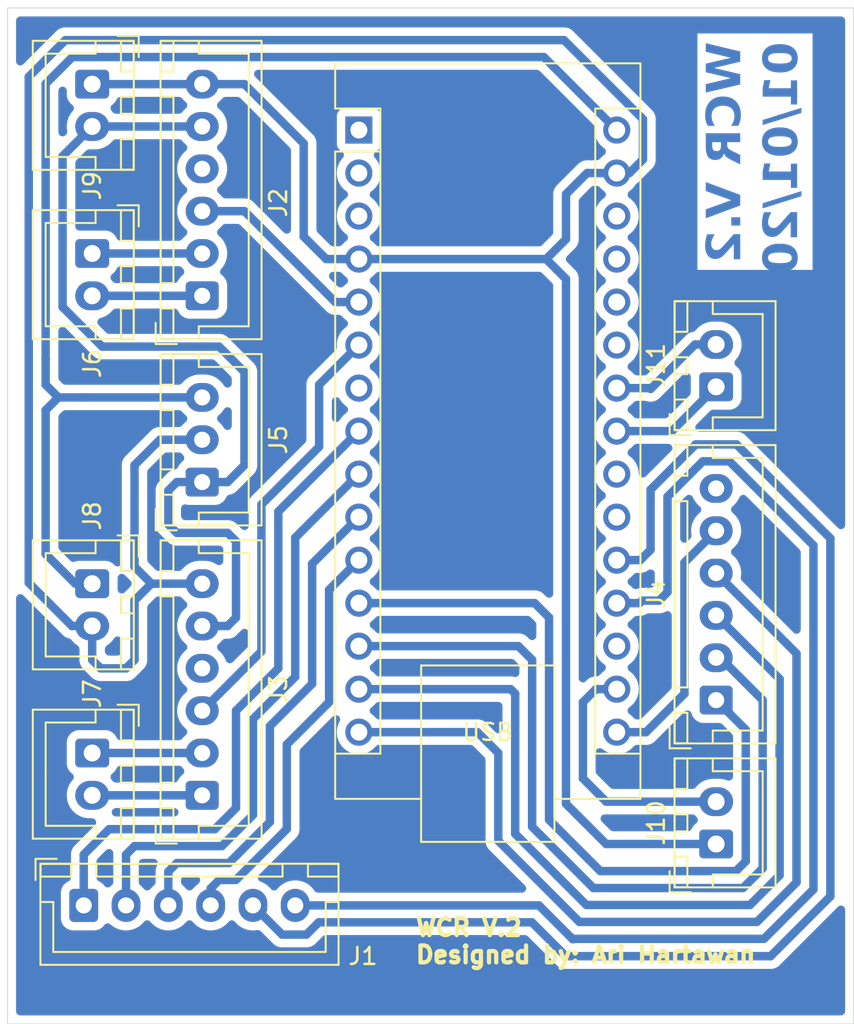
<source format=kicad_pcb>
(kicad_pcb (version 20240108) (generator "pcbnew") (generator_version "8.0")
  (layers (0 "F.Cu" signal) (31 "B.Cu" signal) (34 "B.Paste" user) (35 "F.Paste" user) (36 "B.SilkS" user "B.Silkscreen") (37 "F.SilkS" user "F.Silkscreen") (38 "B.Mask" user) (39 "F.Mask" user) (44 "Edge.Cuts" user))
  (net 0 "")
  (net 1 "SCL")
  (net 2 "IN2")
  (net 6 "ENA")
  (net 8 "SDA")
  (net 9 "IN3")
  (net 10 "ENB")
  (net 12 "IN4")
  (net 17 "IN1")
  (net 20 "R Encoder A Phase")
  (net 21 "L Encoder A Phase")
  (net 22 "L Motor -")
  (net 23 "L Encoder B Phase")
  (net 24 "L Motor +")
  (net 25 "R Motor -")
  (net 26 "R Encoder B Phase")
  (net 27 "R Motor +")
  (net 28 "MOSI")
  (net 29 "CE")
  (net 30 "MISO")
  (net 31 "CNS")
  (net 32 "12V")
  (net 33 "SCK")
  (net 34 "GND")
  (net 35 "3V3")
  (net 36 "5V")
  (footprint "Connector_JST:JST_XH_B3B-XH-A_1x03_P2.50mm_Vertical" (layer "F.Cu") (at 68 144 90)
    (property "Reference" "J5" (at 2.5 4.5 90) (layer "F.SilkS"))
    (property "Value" "Power")
    (pad "1" thru_hole roundrect (at 0 0 90) (size 1.7 1.95) (drill 0.95) (layers "*.Cu" "*.Mask") (roundrect_rratio 0.147059) (net 36 "5V"))
    (pad "2" thru_hole oval (at 2.5 0 90) (size 1.7 1.95) (drill 0.95) (layers "*.Cu" "*.Mask") (net 34 "GND"))
    (pad "3" thru_hole oval (at 5 0 90) (size 1.7 1.95) (drill 0.95) (layers "*.Cu" "*.Mask") (net 32 "12V"))
  )
  (footprint "Connector_JST:JST_XH_B2B-XH-A_1x02_P2.50mm_Vertical" (layer "F.Cu") (at 61.5 150 -90)
    (property "Reference" "J8" (at -4 0 90) (layer "F.SilkS"))
    (property "Value" "Vtx")
    (pad "1" thru_hole roundrect (at 0 0 270) (size 1.7 2) (drill 1) (layers "*.Cu" "*.Mask") (roundrect_rratio 0.147059) (net 32 "12V"))
    (pad "2" thru_hole oval (at 2.5 0 270) (size 1.7 2) (drill 1) (layers "*.Cu" "*.Mask") (net 34 "GND"))
  )
  (footprint "Connector_JST:JST_XH_B6B-XH-A_1x06_P2.50mm_Vertical" (layer "F.Cu") (at 61 169)
    (property "Reference" "J1" (at 16.5 3 0) (layer "F.SilkS"))
    (property "Value" "L298N")
    (pad "1" thru_hole roundrect (at 0 0) (size 1.7 1.95) (drill 0.95) (layers "*.Cu" "*.Mask") (roundrect_rratio 0.147059) (net 6 "ENA"))
    (pad "2" thru_hole oval (at 2.5 0) (size 1.7 1.95) (drill 0.95) (layers "*.Cu" "*.Mask") (net 10 "ENB"))
    (pad "3" thru_hole oval (at 5 0) (size 1.7 1.95) (drill 0.95) (layers "*.Cu" "*.Mask") (net 17 "IN1"))
    (pad "4" thru_hole oval (at 7.5 0) (size 1.7 1.95) (drill 0.95) (layers "*.Cu" "*.Mask") (net 2 "IN2"))
    (pad "5" thru_hole oval (at 10 0) (size 1.7 1.95) (drill 0.95) (layers "*.Cu" "*.Mask") (net 9 "IN3"))
    (pad "6" thru_hole oval (at 12.5 0) (size 1.7 1.95) (drill 0.95) (layers "*.Cu" "*.Mask") (net 12 "IN4"))
  )
  (footprint "Connector_JST:JST_XH_B6B-XH-A_1x06_P2.50mm_Vertical" (layer "F.Cu") (at 98.374998 156.874998 90)
    (property "Reference" "J4" (at 6.25 -3.55 90) (layer "F.SilkS"))
    (property "Value" "Data NRF24L01")
    (pad "1" thru_hole roundrect (at 0 0 90) (size 1.7 1.95) (drill 0.95) (layers "*.Cu" "*.Mask") (roundrect_rratio 0.147059) (net 29 "CE"))
    (pad "2" thru_hole oval (at 2.5 0 90) (size 1.7 1.95) (drill 0.95) (layers "*.Cu" "*.Mask") (net 31 "CNS"))
    (pad "3" thru_hole oval (at 5 0 90) (size 1.7 1.95) (drill 0.95) (layers "*.Cu" "*.Mask") (net 28 "MOSI"))
    (pad "4" thru_hole oval (at 7.5 0 90) (size 1.7 1.95) (drill 0.95) (layers "*.Cu" "*.Mask") (net 30 "MISO"))
    (pad "5" thru_hole oval (at 10 0 90) (size 1.7 1.95) (drill 0.95) (layers "*.Cu" "*.Mask") (net 33 "SCK"))
    (pad "6" thru_hole oval (at 12.5 0 90) (size 1.7 1.95) (drill 0.95) (layers "*.Cu" "*.Mask"))
  )
  (footprint "Connector_JST:JST_XH_B2B-XH-A_1x02_P2.50mm_Vertical" (layer "F.Cu") (at 61.5 130.5 -90)
    (property "Reference" "J6" (at 6.5 0 90) (layer "F.SilkS"))
    (property "Value" "L Motor")
    (pad "1" thru_hole roundrect (at 0 0 270) (size 1.7 2) (drill 1) (layers "*.Cu" "*.Mask") (roundrect_rratio 0.147059) (net 24 "L Motor +"))
    (pad "2" thru_hole oval (at 2.5 0 270) (size 1.7 2) (drill 1) (layers "*.Cu" "*.Mask") (net 22 "L Motor -"))
  )
  (footprint "Connector_JST:JST_XH_B6B-XH-A_1x06_P2.50mm_Vertical" (layer "F.Cu") (at 68 133 90)
    (property "Reference" "J2" (at 5.5 4.5 90) (layer "F.SilkS"))
    (property "Value" "Encoder L")
    (pad "1" thru_hole roundrect (at 0 0 90) (size 1.7 1.95) (drill 0.95) (layers "*.Cu" "*.Mask") (roundrect_rratio 0.147059) (net 22 "L Motor -"))
    (pad "2" thru_hole oval (at 2.5 0 90) (size 1.7 1.95) (drill 0.95) (layers "*.Cu" "*.Mask") (net 24 "L Motor +"))
    (pad "3" thru_hole oval (at 5 0 90) (size 1.7 1.95) (drill 0.95) (layers "*.Cu" "*.Mask") (net 21 "L Encoder A Phase"))
    (pad "4" thru_hole oval (at 7.5 0 90) (size 1.7 1.95) (drill 0.95) (layers "*.Cu" "*.Mask") (net 23 "L Encoder B Phase"))
    (pad "5" thru_hole oval (at 10 0 90) (size 1.7 1.95) (drill 0.95) (layers "*.Cu" "*.Mask") (net 36 "5V"))
    (pad "6" thru_hole oval (at 12.5 0 90) (size 1.7 1.95) (drill 0.95) (layers "*.Cu" "*.Mask") (net 34 "GND"))
  )
  (footprint "Connector_JST:JST_XH_B2B-XH-A_1x02_P2.50mm_Vertical" (layer "F.Cu") (at 98.374998 165.374998 90)
    (property "Reference" "J10" (at 1.25 -3.55 90) (layer "F.SilkS"))
    (property "Value" "Power NRF24L01")
    (pad "1" thru_hole roundrect (at 0 0 90) (size 1.7 2) (drill 1) (layers "*.Cu" "*.Mask") (roundrect_rratio 0.147059) (net 34 "GND"))
    (pad "2" thru_hole oval (at 2.5 0 90) (size 1.7 2) (drill 1) (layers "*.Cu" "*.Mask") (net 35 "3V3"))
  )
  (footprint "Connector_JST:JST_XH_B2B-XH-A_1x02_P2.50mm_Vertical" (layer "F.Cu") (at 61.5 160 -90)
    (property "Reference" "J7" (at -3.5 0 90) (layer "F.SilkS"))
    (property "Value" "R Motor")
    (pad "1" thru_hole roundrect (at 0 0 270) (size 1.7 2) (drill 1) (layers "*.Cu" "*.Mask") (roundrect_rratio 0.147059) (net 27 "R Motor +"))
    (pad "2" thru_hole oval (at 2.5 0 270) (size 1.7 2) (drill 1) (layers "*.Cu" "*.Mask") (net 25 "R Motor -"))
  )
  (footprint "Module:Arduino_Nano" (layer "F.Cu") (at 77.26 123.21)
    (property "Reference" "A1" (hide yes))
    (property "Value" "Arduino_Nano_v3.x")
    (fp_text user "USB" (at 7.62 35.56 0) (layer "F.SilkS"))
    (pad "1" thru_hole rect (at 0 0) (size 1.6 1.6) (drill 1) (layers "*.Cu" "*.Mask"))
    (pad "2" thru_hole oval (at 0 2.54) (size 1.6 1.6) (drill 1) (layers "*.Cu" "*.Mask"))
    (pad "3" thru_hole oval (at 0 5.08) (size 1.6 1.6) (drill 1) (layers "*.Cu" "*.Mask"))
    (pad "4" thru_hole oval (at 0 7.62) (size 1.6 1.6) (drill 1) (layers "*.Cu" "*.Mask") (net 34 "GND"))
    (pad "5" thru_hole oval (at 0 10.16) (size 1.6 1.6) (drill 1) (layers "*.Cu" "*.Mask") (net 21 "L Encoder A Phase"))
    (pad "6" thru_hole oval (at 0 12.7) (size 1.6 1.6) (drill 1) (layers "*.Cu" "*.Mask") (net 20 "R Encoder A Phase"))
    (pad "7" thru_hole oval (at 0 15.24) (size 1.6 1.6) (drill 1) (layers "*.Cu" "*.Mask"))
    (pad "8" thru_hole oval (at 0 17.78) (size 1.6 1.6) (drill 1) (layers "*.Cu" "*.Mask") (net 6 "ENA"))
    (pad "9" thru_hole oval (at 0 20.32) (size 1.6 1.6) (drill 1) (layers "*.Cu" "*.Mask") (net 10 "ENB"))
    (pad "10" thru_hole oval (at 0 22.86) (size 1.6 1.6) (drill 1) (layers "*.Cu" "*.Mask") (net 17 "IN1"))
    (pad "11" thru_hole oval (at 0 25.4) (size 1.6 1.6) (drill 1) (layers "*.Cu" "*.Mask") (net 2 "IN2"))
    (pad "12" thru_hole oval (at 0 27.94) (size 1.6 1.6) (drill 1) (layers "*.Cu" "*.Mask") (net 29 "CE"))
    (pad "13" thru_hole oval (at 0 30.48) (size 1.6 1.6) (drill 1) (layers "*.Cu" "*.Mask") (net 31 "CNS"))
    (pad "14" thru_hole oval (at 0 33.02) (size 1.6 1.6) (drill 1) (layers "*.Cu" "*.Mask") (net 28 "MOSI"))
    (pad "15" thru_hole oval (at 0 35.56) (size 1.6 1.6) (drill 1) (layers "*.Cu" "*.Mask") (net 30 "MISO"))
    (pad "16" thru_hole oval (at 15.24 35.56) (size 1.6 1.6) (drill 1) (layers "*.Cu" "*.Mask") (net 33 "SCK"))
    (pad "17" thru_hole oval (at 15.24 33.02) (size 1.6 1.6) (drill 1) (layers "*.Cu" "*.Mask") (net 35 "3V3"))
    (pad "18" thru_hole oval (at 15.24 30.48) (size 1.6 1.6) (drill 1) (layers "*.Cu" "*.Mask"))
    (pad "19" thru_hole oval (at 15.24 27.94) (size 1.6 1.6) (drill 1) (layers "*.Cu" "*.Mask") (net 12 "IN4"))
    (pad "20" thru_hole oval (at 15.24 25.4) (size 1.6 1.6) (drill 1) (layers "*.Cu" "*.Mask") (net 9 "IN3"))
    (pad "21" thru_hole oval (at 15.24 22.86) (size 1.6 1.6) (drill 1) (layers "*.Cu" "*.Mask"))
    (pad "22" thru_hole oval (at 15.24 20.32) (size 1.6 1.6) (drill 1) (layers "*.Cu" "*.Mask"))
    (pad "23" thru_hole oval (at 15.24 17.78) (size 1.6 1.6) (drill 1) (layers "*.Cu" "*.Mask") (net 8 "SDA"))
    (pad "24" thru_hole oval (at 15.24 15.24) (size 1.6 1.6) (drill 1) (layers "*.Cu" "*.Mask") (net 1 "SCL"))
    (pad "25" thru_hole oval (at 15.24 12.7) (size 1.6 1.6) (drill 1) (layers "*.Cu" "*.Mask"))
    (pad "26" thru_hole oval (at 15.24 10.16) (size 1.6 1.6) (drill 1) (layers "*.Cu" "*.Mask"))
    (pad "27" thru_hole oval (at 15.24 7.62) (size 1.6 1.6) (drill 1) (layers "*.Cu" "*.Mask"))
    (pad "28" thru_hole oval (at 15.24 5.08) (size 1.6 1.6) (drill 1) (layers "*.Cu" "*.Mask"))
    (pad "29" thru_hole oval (at 15.24 2.54) (size 1.6 1.6) (drill 1) (layers "*.Cu" "*.Mask") (net 34 "GND"))
    (pad "30" thru_hole oval (at 15.24 0) (size 1.6 1.6) (drill 1) (layers "*.Cu" "*.Mask") (net 32 "12V"))
  )
  (footprint "Connector_JST:JST_XH_B2B-XH-A_1x02_P2.50mm_Vertical" (layer "F.Cu") (at 98.374998 138.374998 90)
    (property "Reference" "J11" (at 1.25 -3.55 90) (layer "F.SilkS"))
    (property "Value" "Data MPU6050")
    (pad "1" thru_hole roundrect (at 0 0 90) (size 1.7 2) (drill 1) (layers "*.Cu" "*.Mask") (roundrect_rratio 0.147059) (net 8 "SDA"))
    (pad "2" thru_hole oval (at 2.5 0 90) (size 1.7 2) (drill 1) (layers "*.Cu" "*.Mask") (net 1 "SCL"))
  )
  (footprint "Connector_JST:JST_XH_B6B-XH-A_1x06_P2.50mm_Vertical" (layer "F.Cu") (at 68 162.5 90)
    (property "Reference" "J3" (at 6.25 4.5 90) (layer "F.SilkS"))
    (property "Value" "Encoder R")
    (pad "1" thru_hole roundrect (at 0 0 90) (size 1.7 1.95) (drill 0.95) (layers "*.Cu" "*.Mask") (roundrect_rratio 0.147059) (net 25 "R Motor -"))
    (pad "2" thru_hole oval (at 2.5 0 90) (size 1.7 1.95) (drill 0.95) (layers "*.Cu" "*.Mask") (net 27 "R Motor +"))
    (pad "3" thru_hole oval (at 5 0 90) (size 1.7 1.95) (drill 0.95) (layers "*.Cu" "*.Mask") (net 20 "R Encoder A Phase"))
    (pad "4" thru_hole oval (at 7.5 0 90) (size 1.7 1.95) (drill 0.95) (layers "*.Cu" "*.Mask") (net 26 "R Encoder B Phase"))
    (pad "5" thru_hole oval (at 10 0 90) (size 1.7 1.95) (drill 0.95) (layers "*.Cu" "*.Mask") (net 36 "5V"))
    (pad "6" thru_hole oval (at 12.5 0 90) (size 1.7 1.95) (drill 0.95) (layers "*.Cu" "*.Mask") (net 34 "GND"))
  )
  (footprint "Connector_JST:JST_XH_B2B-XH-A_1x02_P2.50mm_Vertical" (layer "F.Cu") (at 61.5 120.5 -90)
    (property "Reference" "J9" (at 6 0 90) (layer "F.SilkS"))
    (property "Value" "Power MPU6050")
    (pad "1" thru_hole roundrect (at 0 0 270) (size 1.7 2) (drill 1) (layers "*.Cu" "*.Mask") (roundrect_rratio 0.147059) (net 34 "GND"))
    (pad "2" thru_hole oval (at 2.5 0 270) (size 1.7 2) (drill 1) (layers "*.Cu" "*.Mask") (net 36 "5V"))
  )
  (gr_rect (start 56.5 116) (end 106.5 176) (stroke (width 0.05)) (fill none) (layer "Edge.Cuts"))
  (gr_text "WCR V.2\n01/01/2025" (at 103.5 118 90) (layer "B.Cu") (effects (font (size 2 2) (thickness 0.3) (bold yes)) (justify left bottom mirror)))
  (gr_text "WCR V.2\nDesigned by: Ari Hartawan" (at 80.5 172.5 0) (layer "F.SilkS") (effects (font (size 1 1) (thickness 0.25) (bold yes)) (justify left bottom)))
  (segment (start 97.125002 135.874998) (end 98.374998 135.874998) (width 0.5) (layer "B.Cu") (net 1))
  (segment (start 92.5 138.45) (end 94.45 138.45) (width 0.5) (layer "B.Cu") (net 1))
  (segment (start 94.45 138.45) (end 94.5 138.5) (width 0.5) (layer "B.Cu") (net 1))
  (segment (start 94.5 138.5) (end 97.125002 135.874998) (width 0.5) (layer "B.Cu") (net 1))
  (segment (start 73 164.488784) (end 73 159.5) (width 0.5) (layer "B.Cu") (net 2))
  (segment (start 69.988783 167.500001) (end 73 164.488784) (width 0.5) (layer "B.Cu") (net 2))
  (segment (start 68.5 169) (end 68.5 168) (width 0.5) (layer "B.Cu") (net 2))
  (segment (start 75.5 157) (end 75.5 150.36) (width 0.5) (layer "B.Cu") (net 2))
  (segment (start 75.5 150.36) (end 77.25 148.61) (width 0.5) (layer "B.Cu") (net 2))
  (segment (start 73 159.5) (end 75.5 157) (width 0.5) (layer "B.Cu") (net 2))
  (segment (start 69.5 167.5) (end 69.988783 167.500001) (width 0.5) (layer "B.Cu") (net 2))
  (segment (start 68.5 168) (end 69 167.5) (width 0.5) (layer "B.Cu") (net 2))
  (segment (start 69 167.5) (end 69.5 167.5) (width 0.5) (layer "B.Cu") (net 2))
  (segment (start 61 168.5) (end 61 166) (width 0.5) (layer "B.Cu") (net 6))
  (segment (start 70 163.246142) (end 70 157.5) (width 0.5) (layer "B.Cu") (net 6))
  (segment (start 72.5 155) (end 72.5 145.74) (width 0.5) (layer "B.Cu") (net 6))
  (segment (start 62.5 164.5) (end 68.746142 164.5) (width 0.5) (layer "B.Cu") (net 6))
  (segment (start 61 166) (end 62.5 164.5) (width 0.5) (layer "B.Cu") (net 6))
  (segment (start 68.746142 164.5) (end 70 163.246142) (width 0.5) (layer "B.Cu") (net 6))
  (segment (start 70 157.5) (end 72.5 155) (width 0.5) (layer "B.Cu") (net 6))
  (segment (start 72.5 145.74) (end 77.25 140.99) (width 0.5) (layer "B.Cu") (net 6))
  (segment (start 92.5 140.99) (end 95.759996 140.99) (width 0.5) (layer "B.Cu") (net 8))
  (segment (start 95.759996 140.99) (end 98.374998 138.374998) (width 0.5) (layer "B.Cu") (net 8))
  (segment (start 94.5 145) (end 94.5 148) (width 0.5) (layer "B.Cu") (net 9))
  (segment (start 71 169) (end 72.725 170.725) (width 0.5) (layer "B.Cu") (net 9))
  (segment (start 89.486289 172.000001) (end 101.592207 172.000001) (width 0.5) (layer "B.Cu") (net 9))
  (segment (start 93.89 148.61) (end 92.5 148.61) (width 0.5) (layer "B.Cu") (net 9))
  (segment (start 94.499999 144.448041) (end 94.5 145) (width 0.5) (layer "B.Cu") (net 9))
  (segment (start 74.162742 170.725) (end 74.887742 170) (width 0.5) (layer "B.Cu") (net 9))
  (segment (start 105.125001 168.467207) (end 105.125001 147.323045) (width 0.5) (layer "B.Cu") (net 9))
  (segment (start 74.887742 170) (end 87.486288 170) (width 0.5) (layer "B.Cu") (net 9))
  (segment (start 87.486288 170) (end 89.486289 172.000001) (width 0.5) (layer "B.Cu") (net 9))
  (segment (start 101.592207 172.000001) (end 105.125001 168.467207) (width 0.5) (layer "B.Cu") (net 9))
  (segment (start 97.173043 141.774997) (end 94.499999 144.448041) (width 0.5) (layer "B.Cu") (net 9))
  (segment (start 105.125001 147.323045) (end 99.576953 141.774997) (width 0.5) (layer "B.Cu") (net 9))
  (segment (start 94.5 148) (end 93.89 148.61) (width 0.5) (layer "B.Cu") (net 9))
  (segment (start 99.576953 141.774997) (end 97.173043 141.774997) (width 0.5) (layer "B.Cu") (net 9))
  (segment (start 72.725 170.725) (end 74.162742 170.725) (width 0.5) (layer "B.Cu") (net 9))
  (segment (start 77.25 143.53) (end 73.5 147.28) (width 0.5) (layer "B.Cu") (net 10))
  (segment (start 71.000001 159.000001) (end 71.000001 163.660355) (width 0.5) (layer "B.Cu") (net 10))
  (segment (start 71 158) (end 71 159) (width 0.5) (layer "B.Cu") (net 10))
  (segment (start 71 159) (end 71.000001 159.000001) (width 0.5) (layer "B.Cu") (net 10))
  (segment (start 69.160355 165.500001) (end 63.999999 165.500001) (width 0.5) (layer "B.Cu") (net 10))
  (segment (start 73.5 155.5) (end 71 158) (width 0.5) (layer "B.Cu") (net 10))
  (segment (start 63.5 166) (end 63.5 168.5) (width 0.5) (layer "B.Cu") (net 10))
  (segment (start 73.5 147.28) (end 73.5 155.5) (width 0.5) (layer "B.Cu") (net 10))
  (segment (start 71.000001 163.660355) (end 69.160355 165.500001) (width 0.5) (layer "B.Cu") (net 10))
  (segment (start 63.999999 165.500001) (end 63.5 166) (width 0.5) (layer "B.Cu") (net 10))
  (segment (start 104.125001 147.737259) (end 99.16274 142.774998) (width 0.5) (layer "B.Cu") (net 12))
  (segment (start 93.85 151.15) (end 92.5 151.15) (width 0.5) (layer "B.Cu") (net 12))
  (segment (start 97.587256 142.774998) (end 95.5 144.862254) (width 0.5) (layer "B.Cu") (net 12))
  (segment (start 89.900502 171) (end 89.925501 170.975001) (width 0.5) (layer "B.Cu") (net 12))
  (segment (start 95 151) (end 94 151) (width 0.5) (layer "B.Cu") (net 12))
  (segment (start 87.900502 169) (end 89.900502 171) (width 0.5) (layer "B.Cu") (net 12))
  (segment (start 73.5 169) (end 87.900502 169) (width 0.5) (layer "B.Cu") (net 12))
  (segment (start 89.925501 170.975001) (end 101.202993 170.975001) (width 0.5) (layer "B.Cu") (net 12))
  (segment (start 94 151) (end 93.85 151.15) (width 0.5) (layer "B.Cu") (net 12))
  (segment (start 95.5 150.5) (end 95 151) (width 0.5) (layer "B.Cu") (net 12))
  (segment (start 95.5 144.862254) (end 95.5 150.5) (width 0.5) (layer "B.Cu") (net 12))
  (segment (start 99.16274 142.774998) (end 97.587256 142.774998) (width 0.5) (layer "B.Cu") (net 12))
  (segment (start 101.202993 170.975001) (end 104.125001 168.052993) (width 0.5) (layer "B.Cu") (net 12))
  (segment (start 104.125001 168.052993) (end 104.125001 147.737259) (width 0.5) (layer "B.Cu") (net 12))
  (segment (start 72.000001 164.074569) (end 69.57457 166.5) (width 0.5) (layer "B.Cu") (net 17))
  (segment (start 72.000001 163) (end 72.000001 164.074569) (width 0.5) (layer "B.Cu") (net 17))
  (segment (start 77.25 146.07) (end 74.5 148.82) (width 0.5) (layer "B.Cu") (net 17))
  (segment (start 74.5 148.82) (end 74.500001 148.820001) (width 0.5) (layer "B.Cu") (net 17))
  (segment (start 66 167) (end 66 168.5) (width 0.5) (layer "B.Cu") (net 17))
  (segment (start 74.500001 148.820001) (end 74.500001 155.914213) (width 0.5) (layer "B.Cu") (net 17))
  (segment (start 69.57457 166.5) (end 66.5 166.5) (width 0.5) (layer "B.Cu") (net 17))
  (segment (start 66.5 166.5) (end 66 167) (width 0.5) (layer "B.Cu") (net 17))
  (segment (start 72 158.414214) (end 72 159.414214) (width 0.5) (layer "B.Cu") (net 17))
  (segment (start 72 159.414214) (end 72.000001 163) (width 0.5) (layer "B.Cu") (net 17))
  (segment (start 74.500001 155.914213) (end 72 158.414214) (width 0.5) (layer "B.Cu") (net 17))
  (segment (start 74.912893 141.912893) (end 74.912893 138.247107) (width 0.5) (layer "B.Cu") (net 20))
  (segment (start 71.499998 145.325788) (end 74.912893 141.912893) (width 0.5) (layer "B.Cu") (net 20))
  (segment (start 68 157.5) (end 71.499998 154.000002) (width 0.5) (layer "B.Cu") (net 20))
  (segment (start 71.499998 154.000002) (end 71.499998 145.325788) (width 0.5) (layer "B.Cu") (net 20))
  (segment (start 74.912893 138.247107) (end 77.25 135.91) (width 0.5) (layer "B.Cu") (net 20))
  (segment (start 77.25 133.37) (end 75.87 133.37) (width 0.5) (layer "B.Cu") (net 21))
  (segment (start 75.87 133.37) (end 70.5 128) (width 0.5) (layer "B.Cu") (net 21))
  (segment (start 70.5 128) (end 68 128) (width 0.5) (layer "B.Cu") (net 21))
  (segment (start 61.5 133) (end 68 133) (width 0.5) (layer "B.Cu") (net 22))
  (segment (start 61.5 130.5) (end 68 130.5) (width 0.5) (layer "B.Cu") (net 24))
  (segment (start 62 162.5) (end 68 162.5) (width 0.5) (layer "B.Cu") (net 25))
  (segment (start 62 160) (end 68 160) (width 0.5) (layer "B.Cu") (net 27))
  (segment (start 100.374566 168.975) (end 102.125 167.224566) (width 0.5) (layer "B.Cu") (net 28))
  (segment (start 86.23 156.23) (end 86.5 156.5) (width 0.5) (layer "B.Cu") (net 28))
  (segment (start 86.5 156.5) (end 86.5 164.77107) (width 0.5) (layer "B.Cu") (net 28))
  (segment (start 90.70393 168.975) (end 100.374566 168.975) (width 0.5) (layer "B.Cu") (net 28))
  (segment (start 86.5 164.77107) (end 90.70393 168.975) (width 0.5) (layer "B.Cu") (net 28))
  (segment (start 77.26 156.23) (end 86.23 156.23) (width 0.5) (layer "B.Cu") (net 28))
  (segment (start 102.125 167.224566) (end 102.125 155.625) (width 0.5) (layer "B.Cu") (net 28))
  (segment (start 102.125 155.625) (end 98.374998 151.874998) (width 0.5) (layer "B.Cu") (net 28))
  (segment (start 77.26 151.15) (end 87.65 151.15) (width 0.5) (layer "B.Cu") (net 29))
  (segment (start 88.5 152) (end 88.5 163.942642) (width 0.5) (layer "B.Cu") (net 29))
  (segment (start 87.65 151.15) (end 88.5 152) (width 0.5) (layer "B.Cu") (net 29))
  (segment (start 100.124998 166.39614) (end 100.124998 158.624998) (width 0.5) (layer "B.Cu") (net 29))
  (segment (start 100.124998 158.624998) (end 98.374998 156.874998) (width 0.5) (layer "B.Cu") (net 29))
  (segment (start 91.532356 166.974998) (end 99.54614 166.974998) (width 0.5) (layer "B.Cu") (net 29))
  (segment (start 99.54614 166.974998) (end 100.124998 166.39614) (width 0.5) (layer "B.Cu") (net 29))
  (segment (start 88.5 163.942642) (end 91.532356 166.974998) (width 0.5) (layer "B.Cu") (net 29))
  (segment (start 85.499999 165.185283) (end 90.289717 169.975001) (width 0.5) (layer "B.Cu") (net 30))
  (segment (start 100.788779 169.975001) (end 103.125 167.63878) (width 0.5) (layer "B.Cu") (net 30))
  (segment (start 85.499999 159.999999) (end 85.499999 165.185283) (width 0.5) (layer "B.Cu") (net 30))
  (segment (start 90.289717 169.975001) (end 100.788779 169.975001) (width 0.5) (layer "B.Cu") (net 30))
  (segment (start 77.26 158.77) (end 84.27 158.77) (width 0.5) (layer "B.Cu") (net 30))
  (segment (start 103.125 167.63878) (end 103.125 154.125) (width 0.5) (layer "B.Cu") (net 30))
  (segment (start 103.125 154.125) (end 98.374998 149.374998) (width 0.5) (layer "B.Cu") (net 30))
  (segment (start 84.27 158.77) (end 85.499999 159.999999) (width 0.5) (layer "B.Cu") (net 30))
  (segment (start 101.124999 156.878857) (end 98.62114 154.374998) (width 0.5) (layer "B.Cu") (net 31))
  (segment (start 98.62114 154.374998) (end 98.374998 154.374998) (width 0.5) (layer "B.Cu") (net 31))
  (segment (start 101.124999 166.810353) (end 101.124999 156.878857) (width 0.5) (layer "B.Cu") (net 31))
  (segment (start 87.5 164.356856) (end 91.118143 167.974999) (width 0.5) (layer "B.Cu") (net 31))
  (segment (start 91.118143 167.974999) (end 99.960353 167.974999) (width 0.5) (layer "B.Cu") (net 31))
  (segment (start 86.69 153.69) (end 87.5 154.5) (width 0.5) (layer "B.Cu") (net 31))
  (segment (start 99.960353 167.974999) (end 101.124999 166.810353) (width 0.5) (layer "B.Cu") (net 31))
  (segment (start 87.5 154.5) (end 87.5 164.356856) (width 0.5) (layer "B.Cu") (net 31))
  (segment (start 77.26 153.69) (end 86.69 153.69) (width 0.5) (layer "B.Cu") (net 31))
  (segment (start 88.19 118.9) (end 60.328858 118.9) (width 0.5) (layer "B.Cu") (net 32))
  (segment (start 58.75 136.75) (end 58.749999 136.750001) (width 0.5) (layer "B.Cu") (net 32))
  (segment (start 58.75 120.478858) (end 58.75 136.75) (width 0.5) (layer "B.Cu") (net 32))
  (segment (start 60.5 150) (end 58.749999 148.249999) (width 0.5) (layer "B.Cu") (net 32))
  (segment (start 92.5 123.21) (end 88.19 118.9) (width 0.5) (layer "B.Cu") (net 32))
  (segment (start 61.5 150) (end 60.5 150) (width 0.5) (layer "B.Cu") (net 32))
  (segment (start 68 139) (end 61 139) (width 0.5) (layer "B.Cu") (net 32))
  (segment (start 59.5 139) (end 61 139) (width 0.5) (layer "B.Cu") (net 32))
  (segment (start 58.749999 139.750001) (end 59.5 139) (width 0.5) (layer "B.Cu") (net 32))
  (segment (start 58.749999 136.750001) (end 58.749999 138.249999) (width 0.5) (layer "B.Cu") (net 32))
  (segment (start 58.749999 148.249999) (end 58.749999 139.750001) (width 0.5) (layer "B.Cu") (net 32))
  (segment (start 58.749999 138.249999) (end 59.5 139) (width 0.5) (layer "B.Cu") (net 32))
  (segment (start 60.328858 118.9) (end 58.75 120.478858) (width 0.5) (layer "B.Cu") (net 32))
  (segment (start 92.73 159) (end 92.5 158.77) (width 0.5) (layer "B.Cu") (net 33))
  (segment (start 98.374998 146.874998) (end 96.5 148.749996) (width 0.5) (layer "B.Cu") (net 33))
  (segment (start 96.5 156.5) (end 94.23 158.77) (width 0.5) (layer "B.Cu") (net 33))
  (segment (start 98.374998 146.874998) (end 97.789212 146.874998) (width 0.5) (layer "B.Cu") (net 33))
  (segment (start 94.23 158.77) (end 92.5 158.77) (width 0.5) (layer "B.Cu") (net 33))
  (segment (start 96.5 148.749996) (end 96.5 156.5) (width 0.5) (layer "B.Cu") (net 33))
  (segment (start 74 129.5) (end 74 124) (width 0.5) (layer "B.Cu") (net 34))
  (segment (start 68 150) (end 65 150) (width 0.5) (layer "B.Cu") (net 34))
  (segment (start 89.382031 117.899999) (end 59.914645 117.899999) (width 0.5) (layer "B.Cu") (net 34))
  (segment (start 64 151) (end 64 154.5) (width 0.5) (layer "B.Cu") (net 34))
  (segment (start 91.874998 165.374998) (end 97.374998 165.374998) (width 0.5) (layer "B.Cu") (net 34))
  (segment (start 74 124) (end 70.5 120.5) (width 0.5) (layer "B.Cu") (net 34))
  (segment (start 92.5 125.75) (end 90.75 125.75) (width 0.5) (layer "B.Cu") (net 34))
  (segment (start 89.5 129.66) (end 88.33 130.83) (width 0.5) (layer "B.Cu") (net 34))
  (segment (start 64 143) (end 65.5 141.5) (width 0.5) (layer "B.Cu") (net 34))
  (segment (start 89.5 163) (end 91.874998 165.374998) (width 0.5) (layer "B.Cu") (net 34))
  (segment (start 90.75 125.75) (end 89.5 127) (width 0.5) (layer "B.Cu") (net 34))
  (segment (start 89.5 127) (end 89.5 129.66) (width 0.5) (layer "B.Cu") (net 34))
  (segment (start 61.5 154.5) (end 61.5 152.5) (width 0.5) (layer "B.Cu") (net 34))
  (segment (start 75.33 130.83) (end 74 129.5) (width 0.5) (layer "B.Cu") (net 34))
  (segment (start 89.5 132) (end 89.5 163) (width 0.5) (layer "B.Cu") (net 34))
  (segment (start 57.749999 120.064645) (end 57.749999 149.949999) (width 0.5) (layer "B.Cu") (net 34))
  (segment (start 92.5 125.75) (end 93.25 125.75) (width 0.5) (layer "B.Cu") (net 34))
  (segment (start 94.05 124.95) (end 94.05 122.567968) (width 0.5) (layer "B.Cu") (net 34))
  (segment (start 64 154.5) (end 63.5 155) (width 0.5) (layer "B.Cu") (net 34))
  (segment (start 63.5 155) (end 62 155) (width 0.5) (layer "B.Cu") (net 34))
  (segment (start 57.749999 149.949999) (end 60.3 152.5) (width 0.5) (layer "B.Cu") (net 34))
  (segment (start 62 155) (end 61.5 154.5) (width 0.5) (layer "B.Cu") (net 34))
  (segment (start 65.5 141.5) (end 68 141.5) (width 0.5) (layer "B.Cu") (net 34))
  (segment (start 88.33 130.83) (end 75.33 130.83) (width 0.5) (layer "B.Cu") (net 34))
  (segment (start 88.33 130.83) (end 89.5 132) (width 0.5) (layer "B.Cu") (net 34))
  (segment (start 65 150) (end 64 149) (width 0.5) (layer "B.Cu") (net 34))
  (segment (start 94.05 122.567968) (end 89.382031 117.899999) (width 0.5) (layer "B.Cu") (net 34))
  (segment (start 65 150) (end 64 151) (width 0.5) (layer "B.Cu") (net 34))
  (segment (start 59.914645 117.899999) (end 57.749999 120.064645) (width 0.5) (layer "B.Cu") (net 34))
  (segment (start 64 149) (end 64 143) (width 0.5) (layer "B.Cu") (net 34))
  (segment (start 61.5 120.5) (end 68 120.5) (width 0.5) (layer "B.Cu") (net 34))
  (segment (start 93.25 125.75) (end 94.05 124.95) (width 0.5) (layer "B.Cu") (net 34))
  (segment (start 60.3 152.5) (end 61.5 152.5) (width 0.5) (layer "B.Cu") (net 34))
  (segment (start 70.5 120.5) (end 68 120.5) (width 0.5) (layer "B.Cu") (net 34))
  (segment (start 92.5 156.23) (end 91.27 156.23) (width 0.5) (layer "B.Cu") (net 35))
  (segment (start 90.5 157) (end 90.5 161.5) (width 0.5) (layer "B.Cu") (net 35))
  (segment (start 91.874998 162.874998) (end 98.374998 162.874998) (width 0.5) (layer "B.Cu") (net 35))
  (segment (start 92.72 156) (end 92.49 156.23) (width 0.5) (layer "B.Cu") (net 35))
  (segment (start 91.27 156.23) (end 90.5 157) (width 0.5) (layer "B.Cu") (net 35))
  (segment (start 90.5 161.5) (end 91.874998 162.874998) (width 0.5) (layer "B.Cu") (net 35))
  (segment (start 70 147.5) (end 70 152) (width 0.5) (layer "B.Cu") (net 36))
  (segment (start 69.5 144) (end 68 144) (width 0.5) (layer "B.Cu") (net 36))
  (segment (start 70 152) (end 69.5 152.5) (width 0.5) (layer "B.Cu") (net 36))
  (segment (start 61.5 123) (end 68 123) (width 0.5) (layer "B.Cu") (net 36))
  (segment (start 69.5 147) (end 70 147.5) (width 0.5) (layer "B.Cu") (net 36))
  (segment (start 70.5 143) (end 69.5 144) (width 0.5) (layer "B.Cu") (net 36))
  (segment (start 68 144) (end 66.5 144) (width 0.5) (layer "B.Cu") (net 36))
  (segment (start 59.75 124.75) (end 59.75 133.662742) (width 0.5) (layer "B.Cu") (net 36))
  (segment (start 69 136) (end 70.5 137.5) (width 0.5) (layer "B.Cu") (net 36))
  (segment (start 62.087258 136) (end 69 136) (width 0.5) (layer "B.Cu") (net 36))
  (segment (start 59.75 133.662742) (end 62.087258 136) (width 0.5) (layer "B.Cu") (net 36))
  (segment (start 61.5 123) (end 59.75 124.75) (width 0.5) (layer "B.Cu") (net 36))
  (segment (start 66 146.5) (end 66.5 147) (width 0.5) (layer "B.Cu") (net 36))
  (segment (start 66.5 144) (end 66 144.5) (width 0.5) (layer "B.Cu") (net 36))
  (segment (start 69.5 152.5) (end 68 152.5) (width 0.5) (layer "B.Cu") (net 36))
  (segment (start 70.5 137.5) (end 70.5 143) (width 0.5) (layer "B.Cu") (net 36))
  (segment (start 66.5 147) (end 69.5 147) (width 0.5) (layer "B.Cu") (net 36))
  (segment (start 66 144.5) (end 66 146.5) (width 0.5) (layer "B.Cu") (net 36))
  (zone (net 0) (net_name "") (layer "B.Cu") (connect_pads (clearance 0.5)) (min_thickness 0.5) (fill yes (thermal_gap 0.5) (thermal_bridge_width 0.5) (island_removal_mode 1) (island_area_min 10))
    (polygon (pts (xy 56.5 116) (xy 106.5 116) (xy 106.5 176) (xy 56.5 176)))
  )
)
</source>
